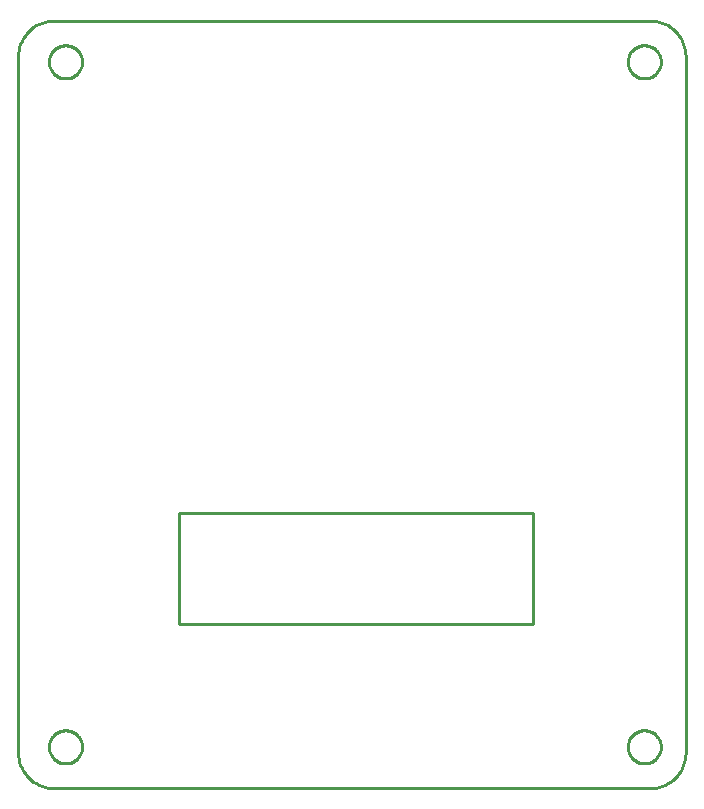
<source format=gbr>
G04 EAGLE Gerber RS-274X export*
G75*
%MOMM*%
%FSLAX34Y34*%
%LPD*%
%IN*%
%IPPOS*%
%AMOC8*
5,1,8,0,0,1.08239X$1,22.5*%
G01*
%ADD10C,0.254000*%


D10*
X150Y30240D02*
X264Y27625D01*
X606Y25031D01*
X1172Y22475D01*
X1959Y19979D01*
X2961Y17561D01*
X4169Y15240D01*
X5575Y13033D01*
X7169Y10956D01*
X8937Y9027D01*
X10866Y7259D01*
X12943Y5665D01*
X15150Y4259D01*
X17471Y3051D01*
X19889Y2049D01*
X22385Y1262D01*
X24941Y696D01*
X27535Y354D01*
X30150Y240D01*
X535150Y240D01*
X537765Y354D01*
X540359Y696D01*
X542915Y1262D01*
X545411Y2049D01*
X547829Y3051D01*
X550150Y4259D01*
X552357Y5665D01*
X554434Y7259D01*
X556363Y9027D01*
X558131Y10956D01*
X559725Y13033D01*
X561131Y15240D01*
X562339Y17561D01*
X563341Y19979D01*
X564128Y22475D01*
X564694Y25031D01*
X565036Y27625D01*
X565150Y30240D01*
X565150Y620240D01*
X565036Y622855D01*
X564694Y625449D01*
X564128Y628005D01*
X563341Y630501D01*
X562339Y632919D01*
X561131Y635240D01*
X559725Y637447D01*
X558131Y639524D01*
X556363Y641453D01*
X554434Y643221D01*
X552357Y644815D01*
X550150Y646221D01*
X547829Y647429D01*
X545411Y648431D01*
X542915Y649218D01*
X540359Y649784D01*
X537765Y650126D01*
X535150Y650240D01*
X30150Y650240D01*
X27535Y650126D01*
X24941Y649784D01*
X22385Y649218D01*
X19889Y648431D01*
X17471Y647429D01*
X15150Y646221D01*
X12943Y644815D01*
X10866Y643221D01*
X8937Y641453D01*
X7169Y639524D01*
X5575Y637447D01*
X4169Y635240D01*
X2961Y632919D01*
X1959Y630501D01*
X1172Y628005D01*
X606Y625449D01*
X264Y622855D01*
X150Y620240D01*
X150Y30240D01*
X135890Y139700D02*
X435610Y139700D01*
X435610Y233680D01*
X135890Y233680D01*
X135890Y139700D01*
X530650Y601240D02*
X531648Y601311D01*
X532637Y601454D01*
X533615Y601666D01*
X534574Y601948D01*
X535511Y602297D01*
X536421Y602713D01*
X537298Y603192D01*
X538140Y603733D01*
X538940Y604332D01*
X539696Y604987D01*
X540403Y605694D01*
X541058Y606450D01*
X541657Y607250D01*
X542198Y608092D01*
X542677Y608969D01*
X543093Y609879D01*
X543442Y610816D01*
X543724Y611776D01*
X543936Y612753D01*
X544079Y613743D01*
X544150Y614740D01*
X544150Y615740D01*
X544079Y616738D01*
X543936Y617727D01*
X543724Y618705D01*
X543442Y619664D01*
X543093Y620601D01*
X542677Y621511D01*
X542198Y622388D01*
X541657Y623230D01*
X541058Y624030D01*
X540403Y624786D01*
X539696Y625493D01*
X538940Y626148D01*
X538140Y626747D01*
X537298Y627288D01*
X536421Y627767D01*
X535511Y628183D01*
X534574Y628532D01*
X533615Y628814D01*
X532637Y629026D01*
X531648Y629169D01*
X530650Y629240D01*
X529650Y629240D01*
X528653Y629169D01*
X527663Y629026D01*
X526686Y628814D01*
X525726Y628532D01*
X524789Y628183D01*
X523879Y627767D01*
X523002Y627288D01*
X522160Y626747D01*
X521360Y626148D01*
X520604Y625493D01*
X519897Y624786D01*
X519242Y624030D01*
X518643Y623230D01*
X518102Y622388D01*
X517623Y621511D01*
X517207Y620601D01*
X516858Y619664D01*
X516576Y618705D01*
X516364Y617727D01*
X516221Y616738D01*
X516150Y615740D01*
X516150Y614740D01*
X516221Y613743D01*
X516364Y612753D01*
X516576Y611776D01*
X516858Y610816D01*
X517207Y609879D01*
X517623Y608969D01*
X518102Y608092D01*
X518643Y607250D01*
X519242Y606450D01*
X519897Y605694D01*
X520604Y604987D01*
X521360Y604332D01*
X522160Y603733D01*
X523002Y603192D01*
X523879Y602713D01*
X524789Y602297D01*
X525726Y601948D01*
X526686Y601666D01*
X527663Y601454D01*
X528653Y601311D01*
X529650Y601240D01*
X530650Y601240D01*
X40650Y601240D02*
X41648Y601311D01*
X42637Y601454D01*
X43615Y601666D01*
X44574Y601948D01*
X45511Y602297D01*
X46421Y602713D01*
X47298Y603192D01*
X48140Y603733D01*
X48940Y604332D01*
X49696Y604987D01*
X50403Y605694D01*
X51058Y606450D01*
X51657Y607250D01*
X52198Y608092D01*
X52677Y608969D01*
X53093Y609879D01*
X53442Y610816D01*
X53724Y611776D01*
X53936Y612753D01*
X54079Y613743D01*
X54150Y614740D01*
X54150Y615740D01*
X54079Y616738D01*
X53936Y617727D01*
X53724Y618705D01*
X53442Y619664D01*
X53093Y620601D01*
X52677Y621511D01*
X52198Y622388D01*
X51657Y623230D01*
X51058Y624030D01*
X50403Y624786D01*
X49696Y625493D01*
X48940Y626148D01*
X48140Y626747D01*
X47298Y627288D01*
X46421Y627767D01*
X45511Y628183D01*
X44574Y628532D01*
X43615Y628814D01*
X42637Y629026D01*
X41648Y629169D01*
X40650Y629240D01*
X39650Y629240D01*
X38653Y629169D01*
X37663Y629026D01*
X36686Y628814D01*
X35726Y628532D01*
X34789Y628183D01*
X33879Y627767D01*
X33002Y627288D01*
X32160Y626747D01*
X31360Y626148D01*
X30604Y625493D01*
X29897Y624786D01*
X29242Y624030D01*
X28643Y623230D01*
X28102Y622388D01*
X27623Y621511D01*
X27207Y620601D01*
X26858Y619664D01*
X26576Y618705D01*
X26364Y617727D01*
X26221Y616738D01*
X26150Y615740D01*
X26150Y614740D01*
X26221Y613743D01*
X26364Y612753D01*
X26576Y611776D01*
X26858Y610816D01*
X27207Y609879D01*
X27623Y608969D01*
X28102Y608092D01*
X28643Y607250D01*
X29242Y606450D01*
X29897Y605694D01*
X30604Y604987D01*
X31360Y604332D01*
X32160Y603733D01*
X33002Y603192D01*
X33879Y602713D01*
X34789Y602297D01*
X35726Y601948D01*
X36686Y601666D01*
X37663Y601454D01*
X38653Y601311D01*
X39650Y601240D01*
X40650Y601240D01*
X40650Y21240D02*
X41648Y21311D01*
X42637Y21454D01*
X43615Y21666D01*
X44574Y21948D01*
X45511Y22297D01*
X46421Y22713D01*
X47298Y23192D01*
X48140Y23733D01*
X48940Y24332D01*
X49696Y24987D01*
X50403Y25694D01*
X51058Y26450D01*
X51657Y27250D01*
X52198Y28092D01*
X52677Y28969D01*
X53093Y29879D01*
X53442Y30816D01*
X53724Y31776D01*
X53936Y32753D01*
X54079Y33743D01*
X54150Y34740D01*
X54150Y35740D01*
X54079Y36738D01*
X53936Y37727D01*
X53724Y38705D01*
X53442Y39664D01*
X53093Y40601D01*
X52677Y41511D01*
X52198Y42388D01*
X51657Y43230D01*
X51058Y44030D01*
X50403Y44786D01*
X49696Y45493D01*
X48940Y46148D01*
X48140Y46747D01*
X47298Y47288D01*
X46421Y47767D01*
X45511Y48183D01*
X44574Y48532D01*
X43615Y48814D01*
X42637Y49026D01*
X41648Y49169D01*
X40650Y49240D01*
X39650Y49240D01*
X38653Y49169D01*
X37663Y49026D01*
X36686Y48814D01*
X35726Y48532D01*
X34789Y48183D01*
X33879Y47767D01*
X33002Y47288D01*
X32160Y46747D01*
X31360Y46148D01*
X30604Y45493D01*
X29897Y44786D01*
X29242Y44030D01*
X28643Y43230D01*
X28102Y42388D01*
X27623Y41511D01*
X27207Y40601D01*
X26858Y39664D01*
X26576Y38705D01*
X26364Y37727D01*
X26221Y36738D01*
X26150Y35740D01*
X26150Y34740D01*
X26221Y33743D01*
X26364Y32753D01*
X26576Y31776D01*
X26858Y30816D01*
X27207Y29879D01*
X27623Y28969D01*
X28102Y28092D01*
X28643Y27250D01*
X29242Y26450D01*
X29897Y25694D01*
X30604Y24987D01*
X31360Y24332D01*
X32160Y23733D01*
X33002Y23192D01*
X33879Y22713D01*
X34789Y22297D01*
X35726Y21948D01*
X36686Y21666D01*
X37663Y21454D01*
X38653Y21311D01*
X39650Y21240D01*
X40650Y21240D01*
X530650Y21240D02*
X531648Y21311D01*
X532637Y21454D01*
X533615Y21666D01*
X534574Y21948D01*
X535511Y22297D01*
X536421Y22713D01*
X537298Y23192D01*
X538140Y23733D01*
X538940Y24332D01*
X539696Y24987D01*
X540403Y25694D01*
X541058Y26450D01*
X541657Y27250D01*
X542198Y28092D01*
X542677Y28969D01*
X543093Y29879D01*
X543442Y30816D01*
X543724Y31776D01*
X543936Y32753D01*
X544079Y33743D01*
X544150Y34740D01*
X544150Y35740D01*
X544079Y36738D01*
X543936Y37727D01*
X543724Y38705D01*
X543442Y39664D01*
X543093Y40601D01*
X542677Y41511D01*
X542198Y42388D01*
X541657Y43230D01*
X541058Y44030D01*
X540403Y44786D01*
X539696Y45493D01*
X538940Y46148D01*
X538140Y46747D01*
X537298Y47288D01*
X536421Y47767D01*
X535511Y48183D01*
X534574Y48532D01*
X533615Y48814D01*
X532637Y49026D01*
X531648Y49169D01*
X530650Y49240D01*
X529650Y49240D01*
X528653Y49169D01*
X527663Y49026D01*
X526686Y48814D01*
X525726Y48532D01*
X524789Y48183D01*
X523879Y47767D01*
X523002Y47288D01*
X522160Y46747D01*
X521360Y46148D01*
X520604Y45493D01*
X519897Y44786D01*
X519242Y44030D01*
X518643Y43230D01*
X518102Y42388D01*
X517623Y41511D01*
X517207Y40601D01*
X516858Y39664D01*
X516576Y38705D01*
X516364Y37727D01*
X516221Y36738D01*
X516150Y35740D01*
X516150Y34740D01*
X516221Y33743D01*
X516364Y32753D01*
X516576Y31776D01*
X516858Y30816D01*
X517207Y29879D01*
X517623Y28969D01*
X518102Y28092D01*
X518643Y27250D01*
X519242Y26450D01*
X519897Y25694D01*
X520604Y24987D01*
X521360Y24332D01*
X522160Y23733D01*
X523002Y23192D01*
X523879Y22713D01*
X524789Y22297D01*
X525726Y21948D01*
X526686Y21666D01*
X527663Y21454D01*
X528653Y21311D01*
X529650Y21240D01*
X530650Y21240D01*
M02*

</source>
